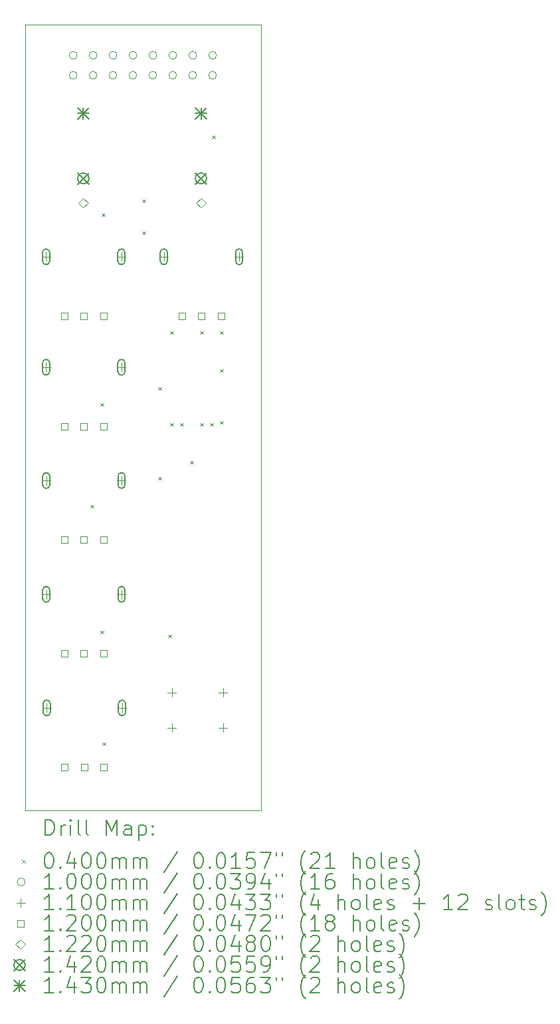
<source format=gbr>
%FSLAX45Y45*%
G04 Gerber Fmt 4.5, Leading zero omitted, Abs format (unit mm)*
G04 Created by KiCad (PCBNEW (6.0.0-0)) date 2022-12-14 00:02:19*
%MOMM*%
%LPD*%
G01*
G04 APERTURE LIST*
%TA.AperFunction,Profile*%
%ADD10C,0.100000*%
%TD*%
%ADD11C,0.200000*%
%ADD12C,0.040000*%
%ADD13C,0.100000*%
%ADD14C,0.110000*%
%ADD15C,0.120000*%
%ADD16C,0.122000*%
%ADD17C,0.142000*%
%ADD18C,0.143000*%
G04 APERTURE END LIST*
D10*
X5200000Y-13700000D02*
X5200000Y-3700000D01*
X8200000Y-12200000D02*
X8200000Y-13700000D01*
X8200000Y-3700000D02*
X5200000Y-3700000D01*
X8200000Y-13700000D02*
X5200000Y-13700000D01*
X8200000Y-5800000D02*
X8200000Y-12200000D01*
X8200000Y-5800000D02*
X8200000Y-3700000D01*
D11*
D12*
X6025200Y-9809800D02*
X6065200Y-9849800D01*
X6065200Y-9809800D02*
X6025200Y-9849800D01*
X6152200Y-8514400D02*
X6192200Y-8554400D01*
X6192200Y-8514400D02*
X6152200Y-8554400D01*
X6152200Y-11410000D02*
X6192200Y-11450000D01*
X6192200Y-11410000D02*
X6152200Y-11450000D01*
X6173850Y-6101400D02*
X6213850Y-6141400D01*
X6213850Y-6101400D02*
X6173850Y-6141400D01*
X6177600Y-12832400D02*
X6217600Y-12872400D01*
X6217600Y-12832400D02*
X6177600Y-12872400D01*
X6685600Y-5923600D02*
X6725600Y-5963600D01*
X6725600Y-5923600D02*
X6685600Y-5963600D01*
X6685600Y-6330000D02*
X6725600Y-6370000D01*
X6725600Y-6330000D02*
X6685600Y-6370000D01*
X6888800Y-8311200D02*
X6928800Y-8351200D01*
X6928800Y-8311200D02*
X6888800Y-8351200D01*
X6888800Y-9454200D02*
X6928800Y-9494200D01*
X6928800Y-9454200D02*
X6888800Y-9494200D01*
X7015800Y-11460800D02*
X7055800Y-11500800D01*
X7055800Y-11460800D02*
X7015800Y-11500800D01*
X7041200Y-7600000D02*
X7081200Y-7640000D01*
X7081200Y-7600000D02*
X7041200Y-7640000D01*
X7041200Y-8768400D02*
X7081200Y-8808400D01*
X7081200Y-8768400D02*
X7041200Y-8808400D01*
X7168200Y-8768400D02*
X7208200Y-8808400D01*
X7208200Y-8768400D02*
X7168200Y-8808400D01*
X7295200Y-9251000D02*
X7335200Y-9291000D01*
X7335200Y-9251000D02*
X7295200Y-9291000D01*
X7422200Y-7600000D02*
X7462200Y-7640000D01*
X7462200Y-7600000D02*
X7422200Y-7640000D01*
X7422200Y-8768400D02*
X7462200Y-8808400D01*
X7462200Y-8768400D02*
X7422200Y-8808400D01*
X7549200Y-8768400D02*
X7589200Y-8808400D01*
X7589200Y-8768400D02*
X7549200Y-8808400D01*
X7574600Y-5110800D02*
X7614600Y-5150800D01*
X7614600Y-5110800D02*
X7574600Y-5150800D01*
X7676200Y-7600000D02*
X7716200Y-7640000D01*
X7716200Y-7600000D02*
X7676200Y-7640000D01*
X7676200Y-8082600D02*
X7716200Y-8122600D01*
X7716200Y-8082600D02*
X7676200Y-8122600D01*
X7676200Y-8743000D02*
X7716200Y-8783000D01*
X7716200Y-8743000D02*
X7676200Y-8783000D01*
D13*
X5856800Y-4343400D02*
G75*
G03*
X5856800Y-4343400I-50000J0D01*
G01*
X5858000Y-4089400D02*
G75*
G03*
X5858000Y-4089400I-50000J0D01*
G01*
X6110800Y-4343400D02*
G75*
G03*
X6110800Y-4343400I-50000J0D01*
G01*
X6112000Y-4089400D02*
G75*
G03*
X6112000Y-4089400I-50000J0D01*
G01*
X6364800Y-4343400D02*
G75*
G03*
X6364800Y-4343400I-50000J0D01*
G01*
X6366000Y-4089400D02*
G75*
G03*
X6366000Y-4089400I-50000J0D01*
G01*
X6618800Y-4343400D02*
G75*
G03*
X6618800Y-4343400I-50000J0D01*
G01*
X6620000Y-4089400D02*
G75*
G03*
X6620000Y-4089400I-50000J0D01*
G01*
X6872800Y-4343400D02*
G75*
G03*
X6872800Y-4343400I-50000J0D01*
G01*
X6874000Y-4089400D02*
G75*
G03*
X6874000Y-4089400I-50000J0D01*
G01*
X7126800Y-4343400D02*
G75*
G03*
X7126800Y-4343400I-50000J0D01*
G01*
X7128000Y-4089400D02*
G75*
G03*
X7128000Y-4089400I-50000J0D01*
G01*
X7380800Y-4343400D02*
G75*
G03*
X7380800Y-4343400I-50000J0D01*
G01*
X7382000Y-4089400D02*
G75*
G03*
X7382000Y-4089400I-50000J0D01*
G01*
X7634800Y-4089400D02*
G75*
G03*
X7634800Y-4089400I-50000J0D01*
G01*
X7634800Y-4343400D02*
G75*
G03*
X7634800Y-4343400I-50000J0D01*
G01*
D14*
X5462600Y-6598400D02*
X5462600Y-6708400D01*
X5407600Y-6653400D02*
X5517600Y-6653400D01*
D11*
X5507600Y-6708400D02*
X5507600Y-6598400D01*
X5417600Y-6708400D02*
X5417600Y-6598400D01*
X5507600Y-6598400D02*
G75*
G03*
X5417600Y-6598400I-45000J0D01*
G01*
X5417600Y-6708400D02*
G75*
G03*
X5507600Y-6708400I45000J0D01*
G01*
D14*
X5462600Y-8003925D02*
X5462600Y-8113925D01*
X5407600Y-8058925D02*
X5517600Y-8058925D01*
D11*
X5507600Y-8113925D02*
X5507600Y-8003925D01*
X5417600Y-8113925D02*
X5417600Y-8003925D01*
X5507600Y-8003925D02*
G75*
G03*
X5417600Y-8003925I-45000J0D01*
G01*
X5417600Y-8113925D02*
G75*
G03*
X5507600Y-8113925I45000J0D01*
G01*
D14*
X5463600Y-9444900D02*
X5463600Y-9554900D01*
X5408600Y-9499900D02*
X5518600Y-9499900D01*
D11*
X5508600Y-9554900D02*
X5508600Y-9444900D01*
X5418600Y-9554900D02*
X5418600Y-9444900D01*
X5508600Y-9444900D02*
G75*
G03*
X5418600Y-9444900I-45000J0D01*
G01*
X5418600Y-9554900D02*
G75*
G03*
X5508600Y-9554900I45000J0D01*
G01*
D14*
X5463600Y-10892700D02*
X5463600Y-11002700D01*
X5408600Y-10947700D02*
X5518600Y-10947700D01*
D11*
X5508600Y-11002700D02*
X5508600Y-10892700D01*
X5418600Y-11002700D02*
X5418600Y-10892700D01*
X5508600Y-10892700D02*
G75*
G03*
X5418600Y-10892700I-45000J0D01*
G01*
X5418600Y-11002700D02*
G75*
G03*
X5508600Y-11002700I45000J0D01*
G01*
D14*
X5469600Y-12338800D02*
X5469600Y-12448800D01*
X5414600Y-12393800D02*
X5524600Y-12393800D01*
D11*
X5514600Y-12448800D02*
X5514600Y-12338800D01*
X5424600Y-12448800D02*
X5424600Y-12338800D01*
X5514600Y-12338800D02*
G75*
G03*
X5424600Y-12338800I-45000J0D01*
G01*
X5424600Y-12448800D02*
G75*
G03*
X5514600Y-12448800I45000J0D01*
G01*
D14*
X6422600Y-6598400D02*
X6422600Y-6708400D01*
X6367600Y-6653400D02*
X6477600Y-6653400D01*
D11*
X6377600Y-6598400D02*
X6377600Y-6708400D01*
X6467600Y-6598400D02*
X6467600Y-6708400D01*
X6377600Y-6708400D02*
G75*
G03*
X6467600Y-6708400I45000J0D01*
G01*
X6467600Y-6598400D02*
G75*
G03*
X6377600Y-6598400I-45000J0D01*
G01*
D14*
X6422600Y-8003925D02*
X6422600Y-8113925D01*
X6367600Y-8058925D02*
X6477600Y-8058925D01*
D11*
X6377600Y-8003925D02*
X6377600Y-8113925D01*
X6467600Y-8003925D02*
X6467600Y-8113925D01*
X6377600Y-8113925D02*
G75*
G03*
X6467600Y-8113925I45000J0D01*
G01*
X6467600Y-8003925D02*
G75*
G03*
X6377600Y-8003925I-45000J0D01*
G01*
D14*
X6423600Y-9444900D02*
X6423600Y-9554900D01*
X6368600Y-9499900D02*
X6478600Y-9499900D01*
D11*
X6378600Y-9444900D02*
X6378600Y-9554900D01*
X6468600Y-9444900D02*
X6468600Y-9554900D01*
X6378600Y-9554900D02*
G75*
G03*
X6468600Y-9554900I45000J0D01*
G01*
X6468600Y-9444900D02*
G75*
G03*
X6378600Y-9444900I-45000J0D01*
G01*
D14*
X6423600Y-10892700D02*
X6423600Y-11002700D01*
X6368600Y-10947700D02*
X6478600Y-10947700D01*
D11*
X6378600Y-10892700D02*
X6378600Y-11002700D01*
X6468600Y-10892700D02*
X6468600Y-11002700D01*
X6378600Y-11002700D02*
G75*
G03*
X6468600Y-11002700I45000J0D01*
G01*
X6468600Y-10892700D02*
G75*
G03*
X6378600Y-10892700I-45000J0D01*
G01*
D14*
X6429600Y-12338800D02*
X6429600Y-12448800D01*
X6374600Y-12393800D02*
X6484600Y-12393800D01*
D11*
X6384600Y-12338800D02*
X6384600Y-12448800D01*
X6474600Y-12338800D02*
X6474600Y-12448800D01*
X6384600Y-12448800D02*
G75*
G03*
X6474600Y-12448800I45000J0D01*
G01*
X6474600Y-12338800D02*
G75*
G03*
X6384600Y-12338800I-45000J0D01*
G01*
D14*
X6962600Y-6598400D02*
X6962600Y-6708400D01*
X6907600Y-6653400D02*
X7017600Y-6653400D01*
D11*
X7007600Y-6708400D02*
X7007600Y-6598400D01*
X6917600Y-6708400D02*
X6917600Y-6598400D01*
X7007600Y-6598400D02*
G75*
G03*
X6917600Y-6598400I-45000J0D01*
G01*
X6917600Y-6708400D02*
G75*
G03*
X7007600Y-6708400I45000J0D01*
G01*
D14*
X7066400Y-12140600D02*
X7066400Y-12250600D01*
X7011400Y-12195600D02*
X7121400Y-12195600D01*
X7066400Y-12590600D02*
X7066400Y-12700600D01*
X7011400Y-12645600D02*
X7121400Y-12645600D01*
X7716400Y-12140600D02*
X7716400Y-12250600D01*
X7661400Y-12195600D02*
X7771400Y-12195600D01*
X7716400Y-12590600D02*
X7716400Y-12700600D01*
X7661400Y-12645600D02*
X7771400Y-12645600D01*
X7922600Y-6598400D02*
X7922600Y-6708400D01*
X7867600Y-6653400D02*
X7977600Y-6653400D01*
D11*
X7877600Y-6598400D02*
X7877600Y-6708400D01*
X7967600Y-6598400D02*
X7967600Y-6708400D01*
X7877600Y-6708400D02*
G75*
G03*
X7967600Y-6708400I45000J0D01*
G01*
X7967600Y-6598400D02*
G75*
G03*
X7877600Y-6598400I-45000J0D01*
G01*
D15*
X5735027Y-7445827D02*
X5735027Y-7360973D01*
X5650173Y-7360973D01*
X5650173Y-7445827D01*
X5735027Y-7445827D01*
X5735027Y-8851352D02*
X5735027Y-8766498D01*
X5650173Y-8766498D01*
X5650173Y-8851352D01*
X5735027Y-8851352D01*
X5736027Y-10292327D02*
X5736027Y-10207473D01*
X5651173Y-10207473D01*
X5651173Y-10292327D01*
X5736027Y-10292327D01*
X5736027Y-11740127D02*
X5736027Y-11655273D01*
X5651173Y-11655273D01*
X5651173Y-11740127D01*
X5736027Y-11740127D01*
X5742027Y-13186227D02*
X5742027Y-13101373D01*
X5657173Y-13101373D01*
X5657173Y-13186227D01*
X5742027Y-13186227D01*
X5985027Y-7445827D02*
X5985027Y-7360973D01*
X5900173Y-7360973D01*
X5900173Y-7445827D01*
X5985027Y-7445827D01*
X5985027Y-8851352D02*
X5985027Y-8766498D01*
X5900173Y-8766498D01*
X5900173Y-8851352D01*
X5985027Y-8851352D01*
X5986027Y-10292327D02*
X5986027Y-10207473D01*
X5901173Y-10207473D01*
X5901173Y-10292327D01*
X5986027Y-10292327D01*
X5986027Y-11740127D02*
X5986027Y-11655273D01*
X5901173Y-11655273D01*
X5901173Y-11740127D01*
X5986027Y-11740127D01*
X5992027Y-13186227D02*
X5992027Y-13101373D01*
X5907173Y-13101373D01*
X5907173Y-13186227D01*
X5992027Y-13186227D01*
X6235027Y-7445827D02*
X6235027Y-7360973D01*
X6150173Y-7360973D01*
X6150173Y-7445827D01*
X6235027Y-7445827D01*
X6235027Y-8851352D02*
X6235027Y-8766498D01*
X6150173Y-8766498D01*
X6150173Y-8851352D01*
X6235027Y-8851352D01*
X6236027Y-10292327D02*
X6236027Y-10207473D01*
X6151173Y-10207473D01*
X6151173Y-10292327D01*
X6236027Y-10292327D01*
X6236027Y-11740127D02*
X6236027Y-11655273D01*
X6151173Y-11655273D01*
X6151173Y-11740127D01*
X6236027Y-11740127D01*
X6242027Y-13186227D02*
X6242027Y-13101373D01*
X6157173Y-13101373D01*
X6157173Y-13186227D01*
X6242027Y-13186227D01*
X7235027Y-7445827D02*
X7235027Y-7360973D01*
X7150173Y-7360973D01*
X7150173Y-7445827D01*
X7235027Y-7445827D01*
X7485027Y-7445827D02*
X7485027Y-7360973D01*
X7400173Y-7360973D01*
X7400173Y-7445827D01*
X7485027Y-7445827D01*
X7735027Y-7445827D02*
X7735027Y-7360973D01*
X7650173Y-7360973D01*
X7650173Y-7445827D01*
X7735027Y-7445827D01*
D16*
X5936600Y-6027000D02*
X5997600Y-5966000D01*
X5936600Y-5905000D01*
X5875600Y-5966000D01*
X5936600Y-6027000D01*
X7436600Y-6027000D02*
X7497600Y-5966000D01*
X7436600Y-5905000D01*
X7375600Y-5966000D01*
X7436600Y-6027000D01*
D17*
X5865600Y-5585000D02*
X6007600Y-5727000D01*
X6007600Y-5585000D02*
X5865600Y-5727000D01*
X6007600Y-5656000D02*
G75*
G03*
X6007600Y-5656000I-71000J0D01*
G01*
X7365600Y-5585000D02*
X7507600Y-5727000D01*
X7507600Y-5585000D02*
X7365600Y-5727000D01*
X7507600Y-5656000D02*
G75*
G03*
X7507600Y-5656000I-71000J0D01*
G01*
D18*
X5865100Y-4754500D02*
X6008100Y-4897500D01*
X6008100Y-4754500D02*
X5865100Y-4897500D01*
X5936600Y-4754500D02*
X5936600Y-4897500D01*
X5865100Y-4826000D02*
X6008100Y-4826000D01*
X7365100Y-4754500D02*
X7508100Y-4897500D01*
X7508100Y-4754500D02*
X7365100Y-4897500D01*
X7436600Y-4754500D02*
X7436600Y-4897500D01*
X7365100Y-4826000D02*
X7508100Y-4826000D01*
D11*
X5452619Y-14015476D02*
X5452619Y-13815476D01*
X5500238Y-13815476D01*
X5528810Y-13825000D01*
X5547857Y-13844048D01*
X5557381Y-13863095D01*
X5566905Y-13901190D01*
X5566905Y-13929762D01*
X5557381Y-13967857D01*
X5547857Y-13986905D01*
X5528810Y-14005952D01*
X5500238Y-14015476D01*
X5452619Y-14015476D01*
X5652619Y-14015476D02*
X5652619Y-13882143D01*
X5652619Y-13920238D02*
X5662143Y-13901190D01*
X5671667Y-13891667D01*
X5690714Y-13882143D01*
X5709762Y-13882143D01*
X5776428Y-14015476D02*
X5776428Y-13882143D01*
X5776428Y-13815476D02*
X5766905Y-13825000D01*
X5776428Y-13834524D01*
X5785952Y-13825000D01*
X5776428Y-13815476D01*
X5776428Y-13834524D01*
X5900238Y-14015476D02*
X5881190Y-14005952D01*
X5871667Y-13986905D01*
X5871667Y-13815476D01*
X6005000Y-14015476D02*
X5985952Y-14005952D01*
X5976428Y-13986905D01*
X5976428Y-13815476D01*
X6233571Y-14015476D02*
X6233571Y-13815476D01*
X6300238Y-13958333D01*
X6366905Y-13815476D01*
X6366905Y-14015476D01*
X6547857Y-14015476D02*
X6547857Y-13910714D01*
X6538333Y-13891667D01*
X6519286Y-13882143D01*
X6481190Y-13882143D01*
X6462143Y-13891667D01*
X6547857Y-14005952D02*
X6528809Y-14015476D01*
X6481190Y-14015476D01*
X6462143Y-14005952D01*
X6452619Y-13986905D01*
X6452619Y-13967857D01*
X6462143Y-13948809D01*
X6481190Y-13939286D01*
X6528809Y-13939286D01*
X6547857Y-13929762D01*
X6643095Y-13882143D02*
X6643095Y-14082143D01*
X6643095Y-13891667D02*
X6662143Y-13882143D01*
X6700238Y-13882143D01*
X6719286Y-13891667D01*
X6728809Y-13901190D01*
X6738333Y-13920238D01*
X6738333Y-13977381D01*
X6728809Y-13996428D01*
X6719286Y-14005952D01*
X6700238Y-14015476D01*
X6662143Y-14015476D01*
X6643095Y-14005952D01*
X6824048Y-13996428D02*
X6833571Y-14005952D01*
X6824048Y-14015476D01*
X6814524Y-14005952D01*
X6824048Y-13996428D01*
X6824048Y-14015476D01*
X6824048Y-13891667D02*
X6833571Y-13901190D01*
X6824048Y-13910714D01*
X6814524Y-13901190D01*
X6824048Y-13891667D01*
X6824048Y-13910714D01*
D12*
X5155000Y-14325000D02*
X5195000Y-14365000D01*
X5195000Y-14325000D02*
X5155000Y-14365000D01*
D11*
X5490714Y-14235476D02*
X5509762Y-14235476D01*
X5528810Y-14245000D01*
X5538333Y-14254524D01*
X5547857Y-14273571D01*
X5557381Y-14311667D01*
X5557381Y-14359286D01*
X5547857Y-14397381D01*
X5538333Y-14416428D01*
X5528810Y-14425952D01*
X5509762Y-14435476D01*
X5490714Y-14435476D01*
X5471667Y-14425952D01*
X5462143Y-14416428D01*
X5452619Y-14397381D01*
X5443095Y-14359286D01*
X5443095Y-14311667D01*
X5452619Y-14273571D01*
X5462143Y-14254524D01*
X5471667Y-14245000D01*
X5490714Y-14235476D01*
X5643095Y-14416428D02*
X5652619Y-14425952D01*
X5643095Y-14435476D01*
X5633571Y-14425952D01*
X5643095Y-14416428D01*
X5643095Y-14435476D01*
X5824048Y-14302143D02*
X5824048Y-14435476D01*
X5776428Y-14225952D02*
X5728809Y-14368809D01*
X5852619Y-14368809D01*
X5966905Y-14235476D02*
X5985952Y-14235476D01*
X6005000Y-14245000D01*
X6014524Y-14254524D01*
X6024048Y-14273571D01*
X6033571Y-14311667D01*
X6033571Y-14359286D01*
X6024048Y-14397381D01*
X6014524Y-14416428D01*
X6005000Y-14425952D01*
X5985952Y-14435476D01*
X5966905Y-14435476D01*
X5947857Y-14425952D01*
X5938333Y-14416428D01*
X5928809Y-14397381D01*
X5919286Y-14359286D01*
X5919286Y-14311667D01*
X5928809Y-14273571D01*
X5938333Y-14254524D01*
X5947857Y-14245000D01*
X5966905Y-14235476D01*
X6157381Y-14235476D02*
X6176428Y-14235476D01*
X6195476Y-14245000D01*
X6205000Y-14254524D01*
X6214524Y-14273571D01*
X6224048Y-14311667D01*
X6224048Y-14359286D01*
X6214524Y-14397381D01*
X6205000Y-14416428D01*
X6195476Y-14425952D01*
X6176428Y-14435476D01*
X6157381Y-14435476D01*
X6138333Y-14425952D01*
X6128809Y-14416428D01*
X6119286Y-14397381D01*
X6109762Y-14359286D01*
X6109762Y-14311667D01*
X6119286Y-14273571D01*
X6128809Y-14254524D01*
X6138333Y-14245000D01*
X6157381Y-14235476D01*
X6309762Y-14435476D02*
X6309762Y-14302143D01*
X6309762Y-14321190D02*
X6319286Y-14311667D01*
X6338333Y-14302143D01*
X6366905Y-14302143D01*
X6385952Y-14311667D01*
X6395476Y-14330714D01*
X6395476Y-14435476D01*
X6395476Y-14330714D02*
X6405000Y-14311667D01*
X6424048Y-14302143D01*
X6452619Y-14302143D01*
X6471667Y-14311667D01*
X6481190Y-14330714D01*
X6481190Y-14435476D01*
X6576428Y-14435476D02*
X6576428Y-14302143D01*
X6576428Y-14321190D02*
X6585952Y-14311667D01*
X6605000Y-14302143D01*
X6633571Y-14302143D01*
X6652619Y-14311667D01*
X6662143Y-14330714D01*
X6662143Y-14435476D01*
X6662143Y-14330714D02*
X6671667Y-14311667D01*
X6690714Y-14302143D01*
X6719286Y-14302143D01*
X6738333Y-14311667D01*
X6747857Y-14330714D01*
X6747857Y-14435476D01*
X7138333Y-14225952D02*
X6966905Y-14483095D01*
X7395476Y-14235476D02*
X7414524Y-14235476D01*
X7433571Y-14245000D01*
X7443095Y-14254524D01*
X7452619Y-14273571D01*
X7462143Y-14311667D01*
X7462143Y-14359286D01*
X7452619Y-14397381D01*
X7443095Y-14416428D01*
X7433571Y-14425952D01*
X7414524Y-14435476D01*
X7395476Y-14435476D01*
X7376428Y-14425952D01*
X7366905Y-14416428D01*
X7357381Y-14397381D01*
X7347857Y-14359286D01*
X7347857Y-14311667D01*
X7357381Y-14273571D01*
X7366905Y-14254524D01*
X7376428Y-14245000D01*
X7395476Y-14235476D01*
X7547857Y-14416428D02*
X7557381Y-14425952D01*
X7547857Y-14435476D01*
X7538333Y-14425952D01*
X7547857Y-14416428D01*
X7547857Y-14435476D01*
X7681190Y-14235476D02*
X7700238Y-14235476D01*
X7719286Y-14245000D01*
X7728809Y-14254524D01*
X7738333Y-14273571D01*
X7747857Y-14311667D01*
X7747857Y-14359286D01*
X7738333Y-14397381D01*
X7728809Y-14416428D01*
X7719286Y-14425952D01*
X7700238Y-14435476D01*
X7681190Y-14435476D01*
X7662143Y-14425952D01*
X7652619Y-14416428D01*
X7643095Y-14397381D01*
X7633571Y-14359286D01*
X7633571Y-14311667D01*
X7643095Y-14273571D01*
X7652619Y-14254524D01*
X7662143Y-14245000D01*
X7681190Y-14235476D01*
X7938333Y-14435476D02*
X7824048Y-14435476D01*
X7881190Y-14435476D02*
X7881190Y-14235476D01*
X7862143Y-14264048D01*
X7843095Y-14283095D01*
X7824048Y-14292619D01*
X8119286Y-14235476D02*
X8024048Y-14235476D01*
X8014524Y-14330714D01*
X8024048Y-14321190D01*
X8043095Y-14311667D01*
X8090714Y-14311667D01*
X8109762Y-14321190D01*
X8119286Y-14330714D01*
X8128809Y-14349762D01*
X8128809Y-14397381D01*
X8119286Y-14416428D01*
X8109762Y-14425952D01*
X8090714Y-14435476D01*
X8043095Y-14435476D01*
X8024048Y-14425952D01*
X8014524Y-14416428D01*
X8195476Y-14235476D02*
X8328809Y-14235476D01*
X8243095Y-14435476D01*
X8395476Y-14235476D02*
X8395476Y-14273571D01*
X8471667Y-14235476D02*
X8471667Y-14273571D01*
X8766905Y-14511667D02*
X8757381Y-14502143D01*
X8738333Y-14473571D01*
X8728810Y-14454524D01*
X8719286Y-14425952D01*
X8709762Y-14378333D01*
X8709762Y-14340238D01*
X8719286Y-14292619D01*
X8728810Y-14264048D01*
X8738333Y-14245000D01*
X8757381Y-14216428D01*
X8766905Y-14206905D01*
X8833571Y-14254524D02*
X8843095Y-14245000D01*
X8862143Y-14235476D01*
X8909762Y-14235476D01*
X8928810Y-14245000D01*
X8938333Y-14254524D01*
X8947857Y-14273571D01*
X8947857Y-14292619D01*
X8938333Y-14321190D01*
X8824048Y-14435476D01*
X8947857Y-14435476D01*
X9138333Y-14435476D02*
X9024048Y-14435476D01*
X9081190Y-14435476D02*
X9081190Y-14235476D01*
X9062143Y-14264048D01*
X9043095Y-14283095D01*
X9024048Y-14292619D01*
X9376429Y-14435476D02*
X9376429Y-14235476D01*
X9462143Y-14435476D02*
X9462143Y-14330714D01*
X9452619Y-14311667D01*
X9433571Y-14302143D01*
X9405000Y-14302143D01*
X9385952Y-14311667D01*
X9376429Y-14321190D01*
X9585952Y-14435476D02*
X9566905Y-14425952D01*
X9557381Y-14416428D01*
X9547857Y-14397381D01*
X9547857Y-14340238D01*
X9557381Y-14321190D01*
X9566905Y-14311667D01*
X9585952Y-14302143D01*
X9614524Y-14302143D01*
X9633571Y-14311667D01*
X9643095Y-14321190D01*
X9652619Y-14340238D01*
X9652619Y-14397381D01*
X9643095Y-14416428D01*
X9633571Y-14425952D01*
X9614524Y-14435476D01*
X9585952Y-14435476D01*
X9766905Y-14435476D02*
X9747857Y-14425952D01*
X9738333Y-14406905D01*
X9738333Y-14235476D01*
X9919286Y-14425952D02*
X9900238Y-14435476D01*
X9862143Y-14435476D01*
X9843095Y-14425952D01*
X9833571Y-14406905D01*
X9833571Y-14330714D01*
X9843095Y-14311667D01*
X9862143Y-14302143D01*
X9900238Y-14302143D01*
X9919286Y-14311667D01*
X9928810Y-14330714D01*
X9928810Y-14349762D01*
X9833571Y-14368809D01*
X10005000Y-14425952D02*
X10024048Y-14435476D01*
X10062143Y-14435476D01*
X10081190Y-14425952D01*
X10090714Y-14406905D01*
X10090714Y-14397381D01*
X10081190Y-14378333D01*
X10062143Y-14368809D01*
X10033571Y-14368809D01*
X10014524Y-14359286D01*
X10005000Y-14340238D01*
X10005000Y-14330714D01*
X10014524Y-14311667D01*
X10033571Y-14302143D01*
X10062143Y-14302143D01*
X10081190Y-14311667D01*
X10157381Y-14511667D02*
X10166905Y-14502143D01*
X10185952Y-14473571D01*
X10195476Y-14454524D01*
X10205000Y-14425952D01*
X10214524Y-14378333D01*
X10214524Y-14340238D01*
X10205000Y-14292619D01*
X10195476Y-14264048D01*
X10185952Y-14245000D01*
X10166905Y-14216428D01*
X10157381Y-14206905D01*
D13*
X5195000Y-14609000D02*
G75*
G03*
X5195000Y-14609000I-50000J0D01*
G01*
D11*
X5557381Y-14699476D02*
X5443095Y-14699476D01*
X5500238Y-14699476D02*
X5500238Y-14499476D01*
X5481190Y-14528048D01*
X5462143Y-14547095D01*
X5443095Y-14556619D01*
X5643095Y-14680428D02*
X5652619Y-14689952D01*
X5643095Y-14699476D01*
X5633571Y-14689952D01*
X5643095Y-14680428D01*
X5643095Y-14699476D01*
X5776428Y-14499476D02*
X5795476Y-14499476D01*
X5814524Y-14509000D01*
X5824048Y-14518524D01*
X5833571Y-14537571D01*
X5843095Y-14575667D01*
X5843095Y-14623286D01*
X5833571Y-14661381D01*
X5824048Y-14680428D01*
X5814524Y-14689952D01*
X5795476Y-14699476D01*
X5776428Y-14699476D01*
X5757381Y-14689952D01*
X5747857Y-14680428D01*
X5738333Y-14661381D01*
X5728809Y-14623286D01*
X5728809Y-14575667D01*
X5738333Y-14537571D01*
X5747857Y-14518524D01*
X5757381Y-14509000D01*
X5776428Y-14499476D01*
X5966905Y-14499476D02*
X5985952Y-14499476D01*
X6005000Y-14509000D01*
X6014524Y-14518524D01*
X6024048Y-14537571D01*
X6033571Y-14575667D01*
X6033571Y-14623286D01*
X6024048Y-14661381D01*
X6014524Y-14680428D01*
X6005000Y-14689952D01*
X5985952Y-14699476D01*
X5966905Y-14699476D01*
X5947857Y-14689952D01*
X5938333Y-14680428D01*
X5928809Y-14661381D01*
X5919286Y-14623286D01*
X5919286Y-14575667D01*
X5928809Y-14537571D01*
X5938333Y-14518524D01*
X5947857Y-14509000D01*
X5966905Y-14499476D01*
X6157381Y-14499476D02*
X6176428Y-14499476D01*
X6195476Y-14509000D01*
X6205000Y-14518524D01*
X6214524Y-14537571D01*
X6224048Y-14575667D01*
X6224048Y-14623286D01*
X6214524Y-14661381D01*
X6205000Y-14680428D01*
X6195476Y-14689952D01*
X6176428Y-14699476D01*
X6157381Y-14699476D01*
X6138333Y-14689952D01*
X6128809Y-14680428D01*
X6119286Y-14661381D01*
X6109762Y-14623286D01*
X6109762Y-14575667D01*
X6119286Y-14537571D01*
X6128809Y-14518524D01*
X6138333Y-14509000D01*
X6157381Y-14499476D01*
X6309762Y-14699476D02*
X6309762Y-14566143D01*
X6309762Y-14585190D02*
X6319286Y-14575667D01*
X6338333Y-14566143D01*
X6366905Y-14566143D01*
X6385952Y-14575667D01*
X6395476Y-14594714D01*
X6395476Y-14699476D01*
X6395476Y-14594714D02*
X6405000Y-14575667D01*
X6424048Y-14566143D01*
X6452619Y-14566143D01*
X6471667Y-14575667D01*
X6481190Y-14594714D01*
X6481190Y-14699476D01*
X6576428Y-14699476D02*
X6576428Y-14566143D01*
X6576428Y-14585190D02*
X6585952Y-14575667D01*
X6605000Y-14566143D01*
X6633571Y-14566143D01*
X6652619Y-14575667D01*
X6662143Y-14594714D01*
X6662143Y-14699476D01*
X6662143Y-14594714D02*
X6671667Y-14575667D01*
X6690714Y-14566143D01*
X6719286Y-14566143D01*
X6738333Y-14575667D01*
X6747857Y-14594714D01*
X6747857Y-14699476D01*
X7138333Y-14489952D02*
X6966905Y-14747095D01*
X7395476Y-14499476D02*
X7414524Y-14499476D01*
X7433571Y-14509000D01*
X7443095Y-14518524D01*
X7452619Y-14537571D01*
X7462143Y-14575667D01*
X7462143Y-14623286D01*
X7452619Y-14661381D01*
X7443095Y-14680428D01*
X7433571Y-14689952D01*
X7414524Y-14699476D01*
X7395476Y-14699476D01*
X7376428Y-14689952D01*
X7366905Y-14680428D01*
X7357381Y-14661381D01*
X7347857Y-14623286D01*
X7347857Y-14575667D01*
X7357381Y-14537571D01*
X7366905Y-14518524D01*
X7376428Y-14509000D01*
X7395476Y-14499476D01*
X7547857Y-14680428D02*
X7557381Y-14689952D01*
X7547857Y-14699476D01*
X7538333Y-14689952D01*
X7547857Y-14680428D01*
X7547857Y-14699476D01*
X7681190Y-14499476D02*
X7700238Y-14499476D01*
X7719286Y-14509000D01*
X7728809Y-14518524D01*
X7738333Y-14537571D01*
X7747857Y-14575667D01*
X7747857Y-14623286D01*
X7738333Y-14661381D01*
X7728809Y-14680428D01*
X7719286Y-14689952D01*
X7700238Y-14699476D01*
X7681190Y-14699476D01*
X7662143Y-14689952D01*
X7652619Y-14680428D01*
X7643095Y-14661381D01*
X7633571Y-14623286D01*
X7633571Y-14575667D01*
X7643095Y-14537571D01*
X7652619Y-14518524D01*
X7662143Y-14509000D01*
X7681190Y-14499476D01*
X7814524Y-14499476D02*
X7938333Y-14499476D01*
X7871667Y-14575667D01*
X7900238Y-14575667D01*
X7919286Y-14585190D01*
X7928809Y-14594714D01*
X7938333Y-14613762D01*
X7938333Y-14661381D01*
X7928809Y-14680428D01*
X7919286Y-14689952D01*
X7900238Y-14699476D01*
X7843095Y-14699476D01*
X7824048Y-14689952D01*
X7814524Y-14680428D01*
X8033571Y-14699476D02*
X8071667Y-14699476D01*
X8090714Y-14689952D01*
X8100238Y-14680428D01*
X8119286Y-14651857D01*
X8128809Y-14613762D01*
X8128809Y-14537571D01*
X8119286Y-14518524D01*
X8109762Y-14509000D01*
X8090714Y-14499476D01*
X8052619Y-14499476D01*
X8033571Y-14509000D01*
X8024048Y-14518524D01*
X8014524Y-14537571D01*
X8014524Y-14585190D01*
X8024048Y-14604238D01*
X8033571Y-14613762D01*
X8052619Y-14623286D01*
X8090714Y-14623286D01*
X8109762Y-14613762D01*
X8119286Y-14604238D01*
X8128809Y-14585190D01*
X8300238Y-14566143D02*
X8300238Y-14699476D01*
X8252619Y-14489952D02*
X8205000Y-14632809D01*
X8328809Y-14632809D01*
X8395476Y-14499476D02*
X8395476Y-14537571D01*
X8471667Y-14499476D02*
X8471667Y-14537571D01*
X8766905Y-14775667D02*
X8757381Y-14766143D01*
X8738333Y-14737571D01*
X8728810Y-14718524D01*
X8719286Y-14689952D01*
X8709762Y-14642333D01*
X8709762Y-14604238D01*
X8719286Y-14556619D01*
X8728810Y-14528048D01*
X8738333Y-14509000D01*
X8757381Y-14480428D01*
X8766905Y-14470905D01*
X8947857Y-14699476D02*
X8833571Y-14699476D01*
X8890714Y-14699476D02*
X8890714Y-14499476D01*
X8871667Y-14528048D01*
X8852619Y-14547095D01*
X8833571Y-14556619D01*
X9119286Y-14499476D02*
X9081190Y-14499476D01*
X9062143Y-14509000D01*
X9052619Y-14518524D01*
X9033571Y-14547095D01*
X9024048Y-14585190D01*
X9024048Y-14661381D01*
X9033571Y-14680428D01*
X9043095Y-14689952D01*
X9062143Y-14699476D01*
X9100238Y-14699476D01*
X9119286Y-14689952D01*
X9128810Y-14680428D01*
X9138333Y-14661381D01*
X9138333Y-14613762D01*
X9128810Y-14594714D01*
X9119286Y-14585190D01*
X9100238Y-14575667D01*
X9062143Y-14575667D01*
X9043095Y-14585190D01*
X9033571Y-14594714D01*
X9024048Y-14613762D01*
X9376429Y-14699476D02*
X9376429Y-14499476D01*
X9462143Y-14699476D02*
X9462143Y-14594714D01*
X9452619Y-14575667D01*
X9433571Y-14566143D01*
X9405000Y-14566143D01*
X9385952Y-14575667D01*
X9376429Y-14585190D01*
X9585952Y-14699476D02*
X9566905Y-14689952D01*
X9557381Y-14680428D01*
X9547857Y-14661381D01*
X9547857Y-14604238D01*
X9557381Y-14585190D01*
X9566905Y-14575667D01*
X9585952Y-14566143D01*
X9614524Y-14566143D01*
X9633571Y-14575667D01*
X9643095Y-14585190D01*
X9652619Y-14604238D01*
X9652619Y-14661381D01*
X9643095Y-14680428D01*
X9633571Y-14689952D01*
X9614524Y-14699476D01*
X9585952Y-14699476D01*
X9766905Y-14699476D02*
X9747857Y-14689952D01*
X9738333Y-14670905D01*
X9738333Y-14499476D01*
X9919286Y-14689952D02*
X9900238Y-14699476D01*
X9862143Y-14699476D01*
X9843095Y-14689952D01*
X9833571Y-14670905D01*
X9833571Y-14594714D01*
X9843095Y-14575667D01*
X9862143Y-14566143D01*
X9900238Y-14566143D01*
X9919286Y-14575667D01*
X9928810Y-14594714D01*
X9928810Y-14613762D01*
X9833571Y-14632809D01*
X10005000Y-14689952D02*
X10024048Y-14699476D01*
X10062143Y-14699476D01*
X10081190Y-14689952D01*
X10090714Y-14670905D01*
X10090714Y-14661381D01*
X10081190Y-14642333D01*
X10062143Y-14632809D01*
X10033571Y-14632809D01*
X10014524Y-14623286D01*
X10005000Y-14604238D01*
X10005000Y-14594714D01*
X10014524Y-14575667D01*
X10033571Y-14566143D01*
X10062143Y-14566143D01*
X10081190Y-14575667D01*
X10157381Y-14775667D02*
X10166905Y-14766143D01*
X10185952Y-14737571D01*
X10195476Y-14718524D01*
X10205000Y-14689952D01*
X10214524Y-14642333D01*
X10214524Y-14604238D01*
X10205000Y-14556619D01*
X10195476Y-14528048D01*
X10185952Y-14509000D01*
X10166905Y-14480428D01*
X10157381Y-14470905D01*
D14*
X5140000Y-14818000D02*
X5140000Y-14928000D01*
X5085000Y-14873000D02*
X5195000Y-14873000D01*
D11*
X5557381Y-14963476D02*
X5443095Y-14963476D01*
X5500238Y-14963476D02*
X5500238Y-14763476D01*
X5481190Y-14792048D01*
X5462143Y-14811095D01*
X5443095Y-14820619D01*
X5643095Y-14944428D02*
X5652619Y-14953952D01*
X5643095Y-14963476D01*
X5633571Y-14953952D01*
X5643095Y-14944428D01*
X5643095Y-14963476D01*
X5843095Y-14963476D02*
X5728809Y-14963476D01*
X5785952Y-14963476D02*
X5785952Y-14763476D01*
X5766905Y-14792048D01*
X5747857Y-14811095D01*
X5728809Y-14820619D01*
X5966905Y-14763476D02*
X5985952Y-14763476D01*
X6005000Y-14773000D01*
X6014524Y-14782524D01*
X6024048Y-14801571D01*
X6033571Y-14839667D01*
X6033571Y-14887286D01*
X6024048Y-14925381D01*
X6014524Y-14944428D01*
X6005000Y-14953952D01*
X5985952Y-14963476D01*
X5966905Y-14963476D01*
X5947857Y-14953952D01*
X5938333Y-14944428D01*
X5928809Y-14925381D01*
X5919286Y-14887286D01*
X5919286Y-14839667D01*
X5928809Y-14801571D01*
X5938333Y-14782524D01*
X5947857Y-14773000D01*
X5966905Y-14763476D01*
X6157381Y-14763476D02*
X6176428Y-14763476D01*
X6195476Y-14773000D01*
X6205000Y-14782524D01*
X6214524Y-14801571D01*
X6224048Y-14839667D01*
X6224048Y-14887286D01*
X6214524Y-14925381D01*
X6205000Y-14944428D01*
X6195476Y-14953952D01*
X6176428Y-14963476D01*
X6157381Y-14963476D01*
X6138333Y-14953952D01*
X6128809Y-14944428D01*
X6119286Y-14925381D01*
X6109762Y-14887286D01*
X6109762Y-14839667D01*
X6119286Y-14801571D01*
X6128809Y-14782524D01*
X6138333Y-14773000D01*
X6157381Y-14763476D01*
X6309762Y-14963476D02*
X6309762Y-14830143D01*
X6309762Y-14849190D02*
X6319286Y-14839667D01*
X6338333Y-14830143D01*
X6366905Y-14830143D01*
X6385952Y-14839667D01*
X6395476Y-14858714D01*
X6395476Y-14963476D01*
X6395476Y-14858714D02*
X6405000Y-14839667D01*
X6424048Y-14830143D01*
X6452619Y-14830143D01*
X6471667Y-14839667D01*
X6481190Y-14858714D01*
X6481190Y-14963476D01*
X6576428Y-14963476D02*
X6576428Y-14830143D01*
X6576428Y-14849190D02*
X6585952Y-14839667D01*
X6605000Y-14830143D01*
X6633571Y-14830143D01*
X6652619Y-14839667D01*
X6662143Y-14858714D01*
X6662143Y-14963476D01*
X6662143Y-14858714D02*
X6671667Y-14839667D01*
X6690714Y-14830143D01*
X6719286Y-14830143D01*
X6738333Y-14839667D01*
X6747857Y-14858714D01*
X6747857Y-14963476D01*
X7138333Y-14753952D02*
X6966905Y-15011095D01*
X7395476Y-14763476D02*
X7414524Y-14763476D01*
X7433571Y-14773000D01*
X7443095Y-14782524D01*
X7452619Y-14801571D01*
X7462143Y-14839667D01*
X7462143Y-14887286D01*
X7452619Y-14925381D01*
X7443095Y-14944428D01*
X7433571Y-14953952D01*
X7414524Y-14963476D01*
X7395476Y-14963476D01*
X7376428Y-14953952D01*
X7366905Y-14944428D01*
X7357381Y-14925381D01*
X7347857Y-14887286D01*
X7347857Y-14839667D01*
X7357381Y-14801571D01*
X7366905Y-14782524D01*
X7376428Y-14773000D01*
X7395476Y-14763476D01*
X7547857Y-14944428D02*
X7557381Y-14953952D01*
X7547857Y-14963476D01*
X7538333Y-14953952D01*
X7547857Y-14944428D01*
X7547857Y-14963476D01*
X7681190Y-14763476D02*
X7700238Y-14763476D01*
X7719286Y-14773000D01*
X7728809Y-14782524D01*
X7738333Y-14801571D01*
X7747857Y-14839667D01*
X7747857Y-14887286D01*
X7738333Y-14925381D01*
X7728809Y-14944428D01*
X7719286Y-14953952D01*
X7700238Y-14963476D01*
X7681190Y-14963476D01*
X7662143Y-14953952D01*
X7652619Y-14944428D01*
X7643095Y-14925381D01*
X7633571Y-14887286D01*
X7633571Y-14839667D01*
X7643095Y-14801571D01*
X7652619Y-14782524D01*
X7662143Y-14773000D01*
X7681190Y-14763476D01*
X7919286Y-14830143D02*
X7919286Y-14963476D01*
X7871667Y-14753952D02*
X7824048Y-14896809D01*
X7947857Y-14896809D01*
X8005000Y-14763476D02*
X8128809Y-14763476D01*
X8062143Y-14839667D01*
X8090714Y-14839667D01*
X8109762Y-14849190D01*
X8119286Y-14858714D01*
X8128809Y-14877762D01*
X8128809Y-14925381D01*
X8119286Y-14944428D01*
X8109762Y-14953952D01*
X8090714Y-14963476D01*
X8033571Y-14963476D01*
X8014524Y-14953952D01*
X8005000Y-14944428D01*
X8195476Y-14763476D02*
X8319286Y-14763476D01*
X8252619Y-14839667D01*
X8281190Y-14839667D01*
X8300238Y-14849190D01*
X8309762Y-14858714D01*
X8319286Y-14877762D01*
X8319286Y-14925381D01*
X8309762Y-14944428D01*
X8300238Y-14953952D01*
X8281190Y-14963476D01*
X8224048Y-14963476D01*
X8205000Y-14953952D01*
X8195476Y-14944428D01*
X8395476Y-14763476D02*
X8395476Y-14801571D01*
X8471667Y-14763476D02*
X8471667Y-14801571D01*
X8766905Y-15039667D02*
X8757381Y-15030143D01*
X8738333Y-15001571D01*
X8728810Y-14982524D01*
X8719286Y-14953952D01*
X8709762Y-14906333D01*
X8709762Y-14868238D01*
X8719286Y-14820619D01*
X8728810Y-14792048D01*
X8738333Y-14773000D01*
X8757381Y-14744428D01*
X8766905Y-14734905D01*
X8928810Y-14830143D02*
X8928810Y-14963476D01*
X8881190Y-14753952D02*
X8833571Y-14896809D01*
X8957381Y-14896809D01*
X9185952Y-14963476D02*
X9185952Y-14763476D01*
X9271667Y-14963476D02*
X9271667Y-14858714D01*
X9262143Y-14839667D01*
X9243095Y-14830143D01*
X9214524Y-14830143D01*
X9195476Y-14839667D01*
X9185952Y-14849190D01*
X9395476Y-14963476D02*
X9376429Y-14953952D01*
X9366905Y-14944428D01*
X9357381Y-14925381D01*
X9357381Y-14868238D01*
X9366905Y-14849190D01*
X9376429Y-14839667D01*
X9395476Y-14830143D01*
X9424048Y-14830143D01*
X9443095Y-14839667D01*
X9452619Y-14849190D01*
X9462143Y-14868238D01*
X9462143Y-14925381D01*
X9452619Y-14944428D01*
X9443095Y-14953952D01*
X9424048Y-14963476D01*
X9395476Y-14963476D01*
X9576429Y-14963476D02*
X9557381Y-14953952D01*
X9547857Y-14934905D01*
X9547857Y-14763476D01*
X9728810Y-14953952D02*
X9709762Y-14963476D01*
X9671667Y-14963476D01*
X9652619Y-14953952D01*
X9643095Y-14934905D01*
X9643095Y-14858714D01*
X9652619Y-14839667D01*
X9671667Y-14830143D01*
X9709762Y-14830143D01*
X9728810Y-14839667D01*
X9738333Y-14858714D01*
X9738333Y-14877762D01*
X9643095Y-14896809D01*
X9814524Y-14953952D02*
X9833571Y-14963476D01*
X9871667Y-14963476D01*
X9890714Y-14953952D01*
X9900238Y-14934905D01*
X9900238Y-14925381D01*
X9890714Y-14906333D01*
X9871667Y-14896809D01*
X9843095Y-14896809D01*
X9824048Y-14887286D01*
X9814524Y-14868238D01*
X9814524Y-14858714D01*
X9824048Y-14839667D01*
X9843095Y-14830143D01*
X9871667Y-14830143D01*
X9890714Y-14839667D01*
X10138333Y-14887286D02*
X10290714Y-14887286D01*
X10214524Y-14963476D02*
X10214524Y-14811095D01*
X10643095Y-14963476D02*
X10528810Y-14963476D01*
X10585952Y-14963476D02*
X10585952Y-14763476D01*
X10566905Y-14792048D01*
X10547857Y-14811095D01*
X10528810Y-14820619D01*
X10719286Y-14782524D02*
X10728810Y-14773000D01*
X10747857Y-14763476D01*
X10795476Y-14763476D01*
X10814524Y-14773000D01*
X10824048Y-14782524D01*
X10833571Y-14801571D01*
X10833571Y-14820619D01*
X10824048Y-14849190D01*
X10709762Y-14963476D01*
X10833571Y-14963476D01*
X11062143Y-14953952D02*
X11081190Y-14963476D01*
X11119286Y-14963476D01*
X11138333Y-14953952D01*
X11147857Y-14934905D01*
X11147857Y-14925381D01*
X11138333Y-14906333D01*
X11119286Y-14896809D01*
X11090714Y-14896809D01*
X11071667Y-14887286D01*
X11062143Y-14868238D01*
X11062143Y-14858714D01*
X11071667Y-14839667D01*
X11090714Y-14830143D01*
X11119286Y-14830143D01*
X11138333Y-14839667D01*
X11262143Y-14963476D02*
X11243095Y-14953952D01*
X11233571Y-14934905D01*
X11233571Y-14763476D01*
X11366905Y-14963476D02*
X11347857Y-14953952D01*
X11338333Y-14944428D01*
X11328809Y-14925381D01*
X11328809Y-14868238D01*
X11338333Y-14849190D01*
X11347857Y-14839667D01*
X11366905Y-14830143D01*
X11395476Y-14830143D01*
X11414524Y-14839667D01*
X11424048Y-14849190D01*
X11433571Y-14868238D01*
X11433571Y-14925381D01*
X11424048Y-14944428D01*
X11414524Y-14953952D01*
X11395476Y-14963476D01*
X11366905Y-14963476D01*
X11490714Y-14830143D02*
X11566905Y-14830143D01*
X11519286Y-14763476D02*
X11519286Y-14934905D01*
X11528809Y-14953952D01*
X11547857Y-14963476D01*
X11566905Y-14963476D01*
X11624048Y-14953952D02*
X11643095Y-14963476D01*
X11681190Y-14963476D01*
X11700238Y-14953952D01*
X11709762Y-14934905D01*
X11709762Y-14925381D01*
X11700238Y-14906333D01*
X11681190Y-14896809D01*
X11652619Y-14896809D01*
X11633571Y-14887286D01*
X11624048Y-14868238D01*
X11624048Y-14858714D01*
X11633571Y-14839667D01*
X11652619Y-14830143D01*
X11681190Y-14830143D01*
X11700238Y-14839667D01*
X11776428Y-15039667D02*
X11785952Y-15030143D01*
X11805000Y-15001571D01*
X11814524Y-14982524D01*
X11824048Y-14953952D01*
X11833571Y-14906333D01*
X11833571Y-14868238D01*
X11824048Y-14820619D01*
X11814524Y-14792048D01*
X11805000Y-14773000D01*
X11785952Y-14744428D01*
X11776428Y-14734905D01*
D15*
X5177427Y-15179427D02*
X5177427Y-15094573D01*
X5092573Y-15094573D01*
X5092573Y-15179427D01*
X5177427Y-15179427D01*
D11*
X5557381Y-15227476D02*
X5443095Y-15227476D01*
X5500238Y-15227476D02*
X5500238Y-15027476D01*
X5481190Y-15056048D01*
X5462143Y-15075095D01*
X5443095Y-15084619D01*
X5643095Y-15208428D02*
X5652619Y-15217952D01*
X5643095Y-15227476D01*
X5633571Y-15217952D01*
X5643095Y-15208428D01*
X5643095Y-15227476D01*
X5728809Y-15046524D02*
X5738333Y-15037000D01*
X5757381Y-15027476D01*
X5805000Y-15027476D01*
X5824048Y-15037000D01*
X5833571Y-15046524D01*
X5843095Y-15065571D01*
X5843095Y-15084619D01*
X5833571Y-15113190D01*
X5719286Y-15227476D01*
X5843095Y-15227476D01*
X5966905Y-15027476D02*
X5985952Y-15027476D01*
X6005000Y-15037000D01*
X6014524Y-15046524D01*
X6024048Y-15065571D01*
X6033571Y-15103667D01*
X6033571Y-15151286D01*
X6024048Y-15189381D01*
X6014524Y-15208428D01*
X6005000Y-15217952D01*
X5985952Y-15227476D01*
X5966905Y-15227476D01*
X5947857Y-15217952D01*
X5938333Y-15208428D01*
X5928809Y-15189381D01*
X5919286Y-15151286D01*
X5919286Y-15103667D01*
X5928809Y-15065571D01*
X5938333Y-15046524D01*
X5947857Y-15037000D01*
X5966905Y-15027476D01*
X6157381Y-15027476D02*
X6176428Y-15027476D01*
X6195476Y-15037000D01*
X6205000Y-15046524D01*
X6214524Y-15065571D01*
X6224048Y-15103667D01*
X6224048Y-15151286D01*
X6214524Y-15189381D01*
X6205000Y-15208428D01*
X6195476Y-15217952D01*
X6176428Y-15227476D01*
X6157381Y-15227476D01*
X6138333Y-15217952D01*
X6128809Y-15208428D01*
X6119286Y-15189381D01*
X6109762Y-15151286D01*
X6109762Y-15103667D01*
X6119286Y-15065571D01*
X6128809Y-15046524D01*
X6138333Y-15037000D01*
X6157381Y-15027476D01*
X6309762Y-15227476D02*
X6309762Y-15094143D01*
X6309762Y-15113190D02*
X6319286Y-15103667D01*
X6338333Y-15094143D01*
X6366905Y-15094143D01*
X6385952Y-15103667D01*
X6395476Y-15122714D01*
X6395476Y-15227476D01*
X6395476Y-15122714D02*
X6405000Y-15103667D01*
X6424048Y-15094143D01*
X6452619Y-15094143D01*
X6471667Y-15103667D01*
X6481190Y-15122714D01*
X6481190Y-15227476D01*
X6576428Y-15227476D02*
X6576428Y-15094143D01*
X6576428Y-15113190D02*
X6585952Y-15103667D01*
X6605000Y-15094143D01*
X6633571Y-15094143D01*
X6652619Y-15103667D01*
X6662143Y-15122714D01*
X6662143Y-15227476D01*
X6662143Y-15122714D02*
X6671667Y-15103667D01*
X6690714Y-15094143D01*
X6719286Y-15094143D01*
X6738333Y-15103667D01*
X6747857Y-15122714D01*
X6747857Y-15227476D01*
X7138333Y-15017952D02*
X6966905Y-15275095D01*
X7395476Y-15027476D02*
X7414524Y-15027476D01*
X7433571Y-15037000D01*
X7443095Y-15046524D01*
X7452619Y-15065571D01*
X7462143Y-15103667D01*
X7462143Y-15151286D01*
X7452619Y-15189381D01*
X7443095Y-15208428D01*
X7433571Y-15217952D01*
X7414524Y-15227476D01*
X7395476Y-15227476D01*
X7376428Y-15217952D01*
X7366905Y-15208428D01*
X7357381Y-15189381D01*
X7347857Y-15151286D01*
X7347857Y-15103667D01*
X7357381Y-15065571D01*
X7366905Y-15046524D01*
X7376428Y-15037000D01*
X7395476Y-15027476D01*
X7547857Y-15208428D02*
X7557381Y-15217952D01*
X7547857Y-15227476D01*
X7538333Y-15217952D01*
X7547857Y-15208428D01*
X7547857Y-15227476D01*
X7681190Y-15027476D02*
X7700238Y-15027476D01*
X7719286Y-15037000D01*
X7728809Y-15046524D01*
X7738333Y-15065571D01*
X7747857Y-15103667D01*
X7747857Y-15151286D01*
X7738333Y-15189381D01*
X7728809Y-15208428D01*
X7719286Y-15217952D01*
X7700238Y-15227476D01*
X7681190Y-15227476D01*
X7662143Y-15217952D01*
X7652619Y-15208428D01*
X7643095Y-15189381D01*
X7633571Y-15151286D01*
X7633571Y-15103667D01*
X7643095Y-15065571D01*
X7652619Y-15046524D01*
X7662143Y-15037000D01*
X7681190Y-15027476D01*
X7919286Y-15094143D02*
X7919286Y-15227476D01*
X7871667Y-15017952D02*
X7824048Y-15160809D01*
X7947857Y-15160809D01*
X8005000Y-15027476D02*
X8138333Y-15027476D01*
X8052619Y-15227476D01*
X8205000Y-15046524D02*
X8214524Y-15037000D01*
X8233571Y-15027476D01*
X8281190Y-15027476D01*
X8300238Y-15037000D01*
X8309762Y-15046524D01*
X8319286Y-15065571D01*
X8319286Y-15084619D01*
X8309762Y-15113190D01*
X8195476Y-15227476D01*
X8319286Y-15227476D01*
X8395476Y-15027476D02*
X8395476Y-15065571D01*
X8471667Y-15027476D02*
X8471667Y-15065571D01*
X8766905Y-15303667D02*
X8757381Y-15294143D01*
X8738333Y-15265571D01*
X8728810Y-15246524D01*
X8719286Y-15217952D01*
X8709762Y-15170333D01*
X8709762Y-15132238D01*
X8719286Y-15084619D01*
X8728810Y-15056048D01*
X8738333Y-15037000D01*
X8757381Y-15008428D01*
X8766905Y-14998905D01*
X8947857Y-15227476D02*
X8833571Y-15227476D01*
X8890714Y-15227476D02*
X8890714Y-15027476D01*
X8871667Y-15056048D01*
X8852619Y-15075095D01*
X8833571Y-15084619D01*
X9062143Y-15113190D02*
X9043095Y-15103667D01*
X9033571Y-15094143D01*
X9024048Y-15075095D01*
X9024048Y-15065571D01*
X9033571Y-15046524D01*
X9043095Y-15037000D01*
X9062143Y-15027476D01*
X9100238Y-15027476D01*
X9119286Y-15037000D01*
X9128810Y-15046524D01*
X9138333Y-15065571D01*
X9138333Y-15075095D01*
X9128810Y-15094143D01*
X9119286Y-15103667D01*
X9100238Y-15113190D01*
X9062143Y-15113190D01*
X9043095Y-15122714D01*
X9033571Y-15132238D01*
X9024048Y-15151286D01*
X9024048Y-15189381D01*
X9033571Y-15208428D01*
X9043095Y-15217952D01*
X9062143Y-15227476D01*
X9100238Y-15227476D01*
X9119286Y-15217952D01*
X9128810Y-15208428D01*
X9138333Y-15189381D01*
X9138333Y-15151286D01*
X9128810Y-15132238D01*
X9119286Y-15122714D01*
X9100238Y-15113190D01*
X9376429Y-15227476D02*
X9376429Y-15027476D01*
X9462143Y-15227476D02*
X9462143Y-15122714D01*
X9452619Y-15103667D01*
X9433571Y-15094143D01*
X9405000Y-15094143D01*
X9385952Y-15103667D01*
X9376429Y-15113190D01*
X9585952Y-15227476D02*
X9566905Y-15217952D01*
X9557381Y-15208428D01*
X9547857Y-15189381D01*
X9547857Y-15132238D01*
X9557381Y-15113190D01*
X9566905Y-15103667D01*
X9585952Y-15094143D01*
X9614524Y-15094143D01*
X9633571Y-15103667D01*
X9643095Y-15113190D01*
X9652619Y-15132238D01*
X9652619Y-15189381D01*
X9643095Y-15208428D01*
X9633571Y-15217952D01*
X9614524Y-15227476D01*
X9585952Y-15227476D01*
X9766905Y-15227476D02*
X9747857Y-15217952D01*
X9738333Y-15198905D01*
X9738333Y-15027476D01*
X9919286Y-15217952D02*
X9900238Y-15227476D01*
X9862143Y-15227476D01*
X9843095Y-15217952D01*
X9833571Y-15198905D01*
X9833571Y-15122714D01*
X9843095Y-15103667D01*
X9862143Y-15094143D01*
X9900238Y-15094143D01*
X9919286Y-15103667D01*
X9928810Y-15122714D01*
X9928810Y-15141762D01*
X9833571Y-15160809D01*
X10005000Y-15217952D02*
X10024048Y-15227476D01*
X10062143Y-15227476D01*
X10081190Y-15217952D01*
X10090714Y-15198905D01*
X10090714Y-15189381D01*
X10081190Y-15170333D01*
X10062143Y-15160809D01*
X10033571Y-15160809D01*
X10014524Y-15151286D01*
X10005000Y-15132238D01*
X10005000Y-15122714D01*
X10014524Y-15103667D01*
X10033571Y-15094143D01*
X10062143Y-15094143D01*
X10081190Y-15103667D01*
X10157381Y-15303667D02*
X10166905Y-15294143D01*
X10185952Y-15265571D01*
X10195476Y-15246524D01*
X10205000Y-15217952D01*
X10214524Y-15170333D01*
X10214524Y-15132238D01*
X10205000Y-15084619D01*
X10195476Y-15056048D01*
X10185952Y-15037000D01*
X10166905Y-15008428D01*
X10157381Y-14998905D01*
D16*
X5134000Y-15462000D02*
X5195000Y-15401000D01*
X5134000Y-15340000D01*
X5073000Y-15401000D01*
X5134000Y-15462000D01*
D11*
X5557381Y-15491476D02*
X5443095Y-15491476D01*
X5500238Y-15491476D02*
X5500238Y-15291476D01*
X5481190Y-15320048D01*
X5462143Y-15339095D01*
X5443095Y-15348619D01*
X5643095Y-15472428D02*
X5652619Y-15481952D01*
X5643095Y-15491476D01*
X5633571Y-15481952D01*
X5643095Y-15472428D01*
X5643095Y-15491476D01*
X5728809Y-15310524D02*
X5738333Y-15301000D01*
X5757381Y-15291476D01*
X5805000Y-15291476D01*
X5824048Y-15301000D01*
X5833571Y-15310524D01*
X5843095Y-15329571D01*
X5843095Y-15348619D01*
X5833571Y-15377190D01*
X5719286Y-15491476D01*
X5843095Y-15491476D01*
X5919286Y-15310524D02*
X5928809Y-15301000D01*
X5947857Y-15291476D01*
X5995476Y-15291476D01*
X6014524Y-15301000D01*
X6024048Y-15310524D01*
X6033571Y-15329571D01*
X6033571Y-15348619D01*
X6024048Y-15377190D01*
X5909762Y-15491476D01*
X6033571Y-15491476D01*
X6157381Y-15291476D02*
X6176428Y-15291476D01*
X6195476Y-15301000D01*
X6205000Y-15310524D01*
X6214524Y-15329571D01*
X6224048Y-15367667D01*
X6224048Y-15415286D01*
X6214524Y-15453381D01*
X6205000Y-15472428D01*
X6195476Y-15481952D01*
X6176428Y-15491476D01*
X6157381Y-15491476D01*
X6138333Y-15481952D01*
X6128809Y-15472428D01*
X6119286Y-15453381D01*
X6109762Y-15415286D01*
X6109762Y-15367667D01*
X6119286Y-15329571D01*
X6128809Y-15310524D01*
X6138333Y-15301000D01*
X6157381Y-15291476D01*
X6309762Y-15491476D02*
X6309762Y-15358143D01*
X6309762Y-15377190D02*
X6319286Y-15367667D01*
X6338333Y-15358143D01*
X6366905Y-15358143D01*
X6385952Y-15367667D01*
X6395476Y-15386714D01*
X6395476Y-15491476D01*
X6395476Y-15386714D02*
X6405000Y-15367667D01*
X6424048Y-15358143D01*
X6452619Y-15358143D01*
X6471667Y-15367667D01*
X6481190Y-15386714D01*
X6481190Y-15491476D01*
X6576428Y-15491476D02*
X6576428Y-15358143D01*
X6576428Y-15377190D02*
X6585952Y-15367667D01*
X6605000Y-15358143D01*
X6633571Y-15358143D01*
X6652619Y-15367667D01*
X6662143Y-15386714D01*
X6662143Y-15491476D01*
X6662143Y-15386714D02*
X6671667Y-15367667D01*
X6690714Y-15358143D01*
X6719286Y-15358143D01*
X6738333Y-15367667D01*
X6747857Y-15386714D01*
X6747857Y-15491476D01*
X7138333Y-15281952D02*
X6966905Y-15539095D01*
X7395476Y-15291476D02*
X7414524Y-15291476D01*
X7433571Y-15301000D01*
X7443095Y-15310524D01*
X7452619Y-15329571D01*
X7462143Y-15367667D01*
X7462143Y-15415286D01*
X7452619Y-15453381D01*
X7443095Y-15472428D01*
X7433571Y-15481952D01*
X7414524Y-15491476D01*
X7395476Y-15491476D01*
X7376428Y-15481952D01*
X7366905Y-15472428D01*
X7357381Y-15453381D01*
X7347857Y-15415286D01*
X7347857Y-15367667D01*
X7357381Y-15329571D01*
X7366905Y-15310524D01*
X7376428Y-15301000D01*
X7395476Y-15291476D01*
X7547857Y-15472428D02*
X7557381Y-15481952D01*
X7547857Y-15491476D01*
X7538333Y-15481952D01*
X7547857Y-15472428D01*
X7547857Y-15491476D01*
X7681190Y-15291476D02*
X7700238Y-15291476D01*
X7719286Y-15301000D01*
X7728809Y-15310524D01*
X7738333Y-15329571D01*
X7747857Y-15367667D01*
X7747857Y-15415286D01*
X7738333Y-15453381D01*
X7728809Y-15472428D01*
X7719286Y-15481952D01*
X7700238Y-15491476D01*
X7681190Y-15491476D01*
X7662143Y-15481952D01*
X7652619Y-15472428D01*
X7643095Y-15453381D01*
X7633571Y-15415286D01*
X7633571Y-15367667D01*
X7643095Y-15329571D01*
X7652619Y-15310524D01*
X7662143Y-15301000D01*
X7681190Y-15291476D01*
X7919286Y-15358143D02*
X7919286Y-15491476D01*
X7871667Y-15281952D02*
X7824048Y-15424809D01*
X7947857Y-15424809D01*
X8052619Y-15377190D02*
X8033571Y-15367667D01*
X8024048Y-15358143D01*
X8014524Y-15339095D01*
X8014524Y-15329571D01*
X8024048Y-15310524D01*
X8033571Y-15301000D01*
X8052619Y-15291476D01*
X8090714Y-15291476D01*
X8109762Y-15301000D01*
X8119286Y-15310524D01*
X8128809Y-15329571D01*
X8128809Y-15339095D01*
X8119286Y-15358143D01*
X8109762Y-15367667D01*
X8090714Y-15377190D01*
X8052619Y-15377190D01*
X8033571Y-15386714D01*
X8024048Y-15396238D01*
X8014524Y-15415286D01*
X8014524Y-15453381D01*
X8024048Y-15472428D01*
X8033571Y-15481952D01*
X8052619Y-15491476D01*
X8090714Y-15491476D01*
X8109762Y-15481952D01*
X8119286Y-15472428D01*
X8128809Y-15453381D01*
X8128809Y-15415286D01*
X8119286Y-15396238D01*
X8109762Y-15386714D01*
X8090714Y-15377190D01*
X8252619Y-15291476D02*
X8271667Y-15291476D01*
X8290714Y-15301000D01*
X8300238Y-15310524D01*
X8309762Y-15329571D01*
X8319286Y-15367667D01*
X8319286Y-15415286D01*
X8309762Y-15453381D01*
X8300238Y-15472428D01*
X8290714Y-15481952D01*
X8271667Y-15491476D01*
X8252619Y-15491476D01*
X8233571Y-15481952D01*
X8224048Y-15472428D01*
X8214524Y-15453381D01*
X8205000Y-15415286D01*
X8205000Y-15367667D01*
X8214524Y-15329571D01*
X8224048Y-15310524D01*
X8233571Y-15301000D01*
X8252619Y-15291476D01*
X8395476Y-15291476D02*
X8395476Y-15329571D01*
X8471667Y-15291476D02*
X8471667Y-15329571D01*
X8766905Y-15567667D02*
X8757381Y-15558143D01*
X8738333Y-15529571D01*
X8728810Y-15510524D01*
X8719286Y-15481952D01*
X8709762Y-15434333D01*
X8709762Y-15396238D01*
X8719286Y-15348619D01*
X8728810Y-15320048D01*
X8738333Y-15301000D01*
X8757381Y-15272428D01*
X8766905Y-15262905D01*
X8833571Y-15310524D02*
X8843095Y-15301000D01*
X8862143Y-15291476D01*
X8909762Y-15291476D01*
X8928810Y-15301000D01*
X8938333Y-15310524D01*
X8947857Y-15329571D01*
X8947857Y-15348619D01*
X8938333Y-15377190D01*
X8824048Y-15491476D01*
X8947857Y-15491476D01*
X9185952Y-15491476D02*
X9185952Y-15291476D01*
X9271667Y-15491476D02*
X9271667Y-15386714D01*
X9262143Y-15367667D01*
X9243095Y-15358143D01*
X9214524Y-15358143D01*
X9195476Y-15367667D01*
X9185952Y-15377190D01*
X9395476Y-15491476D02*
X9376429Y-15481952D01*
X9366905Y-15472428D01*
X9357381Y-15453381D01*
X9357381Y-15396238D01*
X9366905Y-15377190D01*
X9376429Y-15367667D01*
X9395476Y-15358143D01*
X9424048Y-15358143D01*
X9443095Y-15367667D01*
X9452619Y-15377190D01*
X9462143Y-15396238D01*
X9462143Y-15453381D01*
X9452619Y-15472428D01*
X9443095Y-15481952D01*
X9424048Y-15491476D01*
X9395476Y-15491476D01*
X9576429Y-15491476D02*
X9557381Y-15481952D01*
X9547857Y-15462905D01*
X9547857Y-15291476D01*
X9728810Y-15481952D02*
X9709762Y-15491476D01*
X9671667Y-15491476D01*
X9652619Y-15481952D01*
X9643095Y-15462905D01*
X9643095Y-15386714D01*
X9652619Y-15367667D01*
X9671667Y-15358143D01*
X9709762Y-15358143D01*
X9728810Y-15367667D01*
X9738333Y-15386714D01*
X9738333Y-15405762D01*
X9643095Y-15424809D01*
X9814524Y-15481952D02*
X9833571Y-15491476D01*
X9871667Y-15491476D01*
X9890714Y-15481952D01*
X9900238Y-15462905D01*
X9900238Y-15453381D01*
X9890714Y-15434333D01*
X9871667Y-15424809D01*
X9843095Y-15424809D01*
X9824048Y-15415286D01*
X9814524Y-15396238D01*
X9814524Y-15386714D01*
X9824048Y-15367667D01*
X9843095Y-15358143D01*
X9871667Y-15358143D01*
X9890714Y-15367667D01*
X9966905Y-15567667D02*
X9976429Y-15558143D01*
X9995476Y-15529571D01*
X10005000Y-15510524D01*
X10014524Y-15481952D01*
X10024048Y-15434333D01*
X10024048Y-15396238D01*
X10014524Y-15348619D01*
X10005000Y-15320048D01*
X9995476Y-15301000D01*
X9976429Y-15272428D01*
X9966905Y-15262905D01*
D17*
X5053000Y-15594000D02*
X5195000Y-15736000D01*
X5195000Y-15594000D02*
X5053000Y-15736000D01*
X5195000Y-15665000D02*
G75*
G03*
X5195000Y-15665000I-71000J0D01*
G01*
D11*
X5557381Y-15755476D02*
X5443095Y-15755476D01*
X5500238Y-15755476D02*
X5500238Y-15555476D01*
X5481190Y-15584048D01*
X5462143Y-15603095D01*
X5443095Y-15612619D01*
X5643095Y-15736428D02*
X5652619Y-15745952D01*
X5643095Y-15755476D01*
X5633571Y-15745952D01*
X5643095Y-15736428D01*
X5643095Y-15755476D01*
X5824048Y-15622143D02*
X5824048Y-15755476D01*
X5776428Y-15545952D02*
X5728809Y-15688809D01*
X5852619Y-15688809D01*
X5919286Y-15574524D02*
X5928809Y-15565000D01*
X5947857Y-15555476D01*
X5995476Y-15555476D01*
X6014524Y-15565000D01*
X6024048Y-15574524D01*
X6033571Y-15593571D01*
X6033571Y-15612619D01*
X6024048Y-15641190D01*
X5909762Y-15755476D01*
X6033571Y-15755476D01*
X6157381Y-15555476D02*
X6176428Y-15555476D01*
X6195476Y-15565000D01*
X6205000Y-15574524D01*
X6214524Y-15593571D01*
X6224048Y-15631667D01*
X6224048Y-15679286D01*
X6214524Y-15717381D01*
X6205000Y-15736428D01*
X6195476Y-15745952D01*
X6176428Y-15755476D01*
X6157381Y-15755476D01*
X6138333Y-15745952D01*
X6128809Y-15736428D01*
X6119286Y-15717381D01*
X6109762Y-15679286D01*
X6109762Y-15631667D01*
X6119286Y-15593571D01*
X6128809Y-15574524D01*
X6138333Y-15565000D01*
X6157381Y-15555476D01*
X6309762Y-15755476D02*
X6309762Y-15622143D01*
X6309762Y-15641190D02*
X6319286Y-15631667D01*
X6338333Y-15622143D01*
X6366905Y-15622143D01*
X6385952Y-15631667D01*
X6395476Y-15650714D01*
X6395476Y-15755476D01*
X6395476Y-15650714D02*
X6405000Y-15631667D01*
X6424048Y-15622143D01*
X6452619Y-15622143D01*
X6471667Y-15631667D01*
X6481190Y-15650714D01*
X6481190Y-15755476D01*
X6576428Y-15755476D02*
X6576428Y-15622143D01*
X6576428Y-15641190D02*
X6585952Y-15631667D01*
X6605000Y-15622143D01*
X6633571Y-15622143D01*
X6652619Y-15631667D01*
X6662143Y-15650714D01*
X6662143Y-15755476D01*
X6662143Y-15650714D02*
X6671667Y-15631667D01*
X6690714Y-15622143D01*
X6719286Y-15622143D01*
X6738333Y-15631667D01*
X6747857Y-15650714D01*
X6747857Y-15755476D01*
X7138333Y-15545952D02*
X6966905Y-15803095D01*
X7395476Y-15555476D02*
X7414524Y-15555476D01*
X7433571Y-15565000D01*
X7443095Y-15574524D01*
X7452619Y-15593571D01*
X7462143Y-15631667D01*
X7462143Y-15679286D01*
X7452619Y-15717381D01*
X7443095Y-15736428D01*
X7433571Y-15745952D01*
X7414524Y-15755476D01*
X7395476Y-15755476D01*
X7376428Y-15745952D01*
X7366905Y-15736428D01*
X7357381Y-15717381D01*
X7347857Y-15679286D01*
X7347857Y-15631667D01*
X7357381Y-15593571D01*
X7366905Y-15574524D01*
X7376428Y-15565000D01*
X7395476Y-15555476D01*
X7547857Y-15736428D02*
X7557381Y-15745952D01*
X7547857Y-15755476D01*
X7538333Y-15745952D01*
X7547857Y-15736428D01*
X7547857Y-15755476D01*
X7681190Y-15555476D02*
X7700238Y-15555476D01*
X7719286Y-15565000D01*
X7728809Y-15574524D01*
X7738333Y-15593571D01*
X7747857Y-15631667D01*
X7747857Y-15679286D01*
X7738333Y-15717381D01*
X7728809Y-15736428D01*
X7719286Y-15745952D01*
X7700238Y-15755476D01*
X7681190Y-15755476D01*
X7662143Y-15745952D01*
X7652619Y-15736428D01*
X7643095Y-15717381D01*
X7633571Y-15679286D01*
X7633571Y-15631667D01*
X7643095Y-15593571D01*
X7652619Y-15574524D01*
X7662143Y-15565000D01*
X7681190Y-15555476D01*
X7928809Y-15555476D02*
X7833571Y-15555476D01*
X7824048Y-15650714D01*
X7833571Y-15641190D01*
X7852619Y-15631667D01*
X7900238Y-15631667D01*
X7919286Y-15641190D01*
X7928809Y-15650714D01*
X7938333Y-15669762D01*
X7938333Y-15717381D01*
X7928809Y-15736428D01*
X7919286Y-15745952D01*
X7900238Y-15755476D01*
X7852619Y-15755476D01*
X7833571Y-15745952D01*
X7824048Y-15736428D01*
X8119286Y-15555476D02*
X8024048Y-15555476D01*
X8014524Y-15650714D01*
X8024048Y-15641190D01*
X8043095Y-15631667D01*
X8090714Y-15631667D01*
X8109762Y-15641190D01*
X8119286Y-15650714D01*
X8128809Y-15669762D01*
X8128809Y-15717381D01*
X8119286Y-15736428D01*
X8109762Y-15745952D01*
X8090714Y-15755476D01*
X8043095Y-15755476D01*
X8024048Y-15745952D01*
X8014524Y-15736428D01*
X8224048Y-15755476D02*
X8262143Y-15755476D01*
X8281190Y-15745952D01*
X8290714Y-15736428D01*
X8309762Y-15707857D01*
X8319286Y-15669762D01*
X8319286Y-15593571D01*
X8309762Y-15574524D01*
X8300238Y-15565000D01*
X8281190Y-15555476D01*
X8243095Y-15555476D01*
X8224048Y-15565000D01*
X8214524Y-15574524D01*
X8205000Y-15593571D01*
X8205000Y-15641190D01*
X8214524Y-15660238D01*
X8224048Y-15669762D01*
X8243095Y-15679286D01*
X8281190Y-15679286D01*
X8300238Y-15669762D01*
X8309762Y-15660238D01*
X8319286Y-15641190D01*
X8395476Y-15555476D02*
X8395476Y-15593571D01*
X8471667Y-15555476D02*
X8471667Y-15593571D01*
X8766905Y-15831667D02*
X8757381Y-15822143D01*
X8738333Y-15793571D01*
X8728810Y-15774524D01*
X8719286Y-15745952D01*
X8709762Y-15698333D01*
X8709762Y-15660238D01*
X8719286Y-15612619D01*
X8728810Y-15584048D01*
X8738333Y-15565000D01*
X8757381Y-15536428D01*
X8766905Y-15526905D01*
X8833571Y-15574524D02*
X8843095Y-15565000D01*
X8862143Y-15555476D01*
X8909762Y-15555476D01*
X8928810Y-15565000D01*
X8938333Y-15574524D01*
X8947857Y-15593571D01*
X8947857Y-15612619D01*
X8938333Y-15641190D01*
X8824048Y-15755476D01*
X8947857Y-15755476D01*
X9185952Y-15755476D02*
X9185952Y-15555476D01*
X9271667Y-15755476D02*
X9271667Y-15650714D01*
X9262143Y-15631667D01*
X9243095Y-15622143D01*
X9214524Y-15622143D01*
X9195476Y-15631667D01*
X9185952Y-15641190D01*
X9395476Y-15755476D02*
X9376429Y-15745952D01*
X9366905Y-15736428D01*
X9357381Y-15717381D01*
X9357381Y-15660238D01*
X9366905Y-15641190D01*
X9376429Y-15631667D01*
X9395476Y-15622143D01*
X9424048Y-15622143D01*
X9443095Y-15631667D01*
X9452619Y-15641190D01*
X9462143Y-15660238D01*
X9462143Y-15717381D01*
X9452619Y-15736428D01*
X9443095Y-15745952D01*
X9424048Y-15755476D01*
X9395476Y-15755476D01*
X9576429Y-15755476D02*
X9557381Y-15745952D01*
X9547857Y-15726905D01*
X9547857Y-15555476D01*
X9728810Y-15745952D02*
X9709762Y-15755476D01*
X9671667Y-15755476D01*
X9652619Y-15745952D01*
X9643095Y-15726905D01*
X9643095Y-15650714D01*
X9652619Y-15631667D01*
X9671667Y-15622143D01*
X9709762Y-15622143D01*
X9728810Y-15631667D01*
X9738333Y-15650714D01*
X9738333Y-15669762D01*
X9643095Y-15688809D01*
X9814524Y-15745952D02*
X9833571Y-15755476D01*
X9871667Y-15755476D01*
X9890714Y-15745952D01*
X9900238Y-15726905D01*
X9900238Y-15717381D01*
X9890714Y-15698333D01*
X9871667Y-15688809D01*
X9843095Y-15688809D01*
X9824048Y-15679286D01*
X9814524Y-15660238D01*
X9814524Y-15650714D01*
X9824048Y-15631667D01*
X9843095Y-15622143D01*
X9871667Y-15622143D01*
X9890714Y-15631667D01*
X9966905Y-15831667D02*
X9976429Y-15822143D01*
X9995476Y-15793571D01*
X10005000Y-15774524D01*
X10014524Y-15745952D01*
X10024048Y-15698333D01*
X10024048Y-15660238D01*
X10014524Y-15612619D01*
X10005000Y-15584048D01*
X9995476Y-15565000D01*
X9976429Y-15536428D01*
X9966905Y-15526905D01*
D18*
X5052000Y-15857500D02*
X5195000Y-16000500D01*
X5195000Y-15857500D02*
X5052000Y-16000500D01*
X5123500Y-15857500D02*
X5123500Y-16000500D01*
X5052000Y-15929000D02*
X5195000Y-15929000D01*
D11*
X5557381Y-16019476D02*
X5443095Y-16019476D01*
X5500238Y-16019476D02*
X5500238Y-15819476D01*
X5481190Y-15848048D01*
X5462143Y-15867095D01*
X5443095Y-15876619D01*
X5643095Y-16000428D02*
X5652619Y-16009952D01*
X5643095Y-16019476D01*
X5633571Y-16009952D01*
X5643095Y-16000428D01*
X5643095Y-16019476D01*
X5824048Y-15886143D02*
X5824048Y-16019476D01*
X5776428Y-15809952D02*
X5728809Y-15952809D01*
X5852619Y-15952809D01*
X5909762Y-15819476D02*
X6033571Y-15819476D01*
X5966905Y-15895667D01*
X5995476Y-15895667D01*
X6014524Y-15905190D01*
X6024048Y-15914714D01*
X6033571Y-15933762D01*
X6033571Y-15981381D01*
X6024048Y-16000428D01*
X6014524Y-16009952D01*
X5995476Y-16019476D01*
X5938333Y-16019476D01*
X5919286Y-16009952D01*
X5909762Y-16000428D01*
X6157381Y-15819476D02*
X6176428Y-15819476D01*
X6195476Y-15829000D01*
X6205000Y-15838524D01*
X6214524Y-15857571D01*
X6224048Y-15895667D01*
X6224048Y-15943286D01*
X6214524Y-15981381D01*
X6205000Y-16000428D01*
X6195476Y-16009952D01*
X6176428Y-16019476D01*
X6157381Y-16019476D01*
X6138333Y-16009952D01*
X6128809Y-16000428D01*
X6119286Y-15981381D01*
X6109762Y-15943286D01*
X6109762Y-15895667D01*
X6119286Y-15857571D01*
X6128809Y-15838524D01*
X6138333Y-15829000D01*
X6157381Y-15819476D01*
X6309762Y-16019476D02*
X6309762Y-15886143D01*
X6309762Y-15905190D02*
X6319286Y-15895667D01*
X6338333Y-15886143D01*
X6366905Y-15886143D01*
X6385952Y-15895667D01*
X6395476Y-15914714D01*
X6395476Y-16019476D01*
X6395476Y-15914714D02*
X6405000Y-15895667D01*
X6424048Y-15886143D01*
X6452619Y-15886143D01*
X6471667Y-15895667D01*
X6481190Y-15914714D01*
X6481190Y-16019476D01*
X6576428Y-16019476D02*
X6576428Y-15886143D01*
X6576428Y-15905190D02*
X6585952Y-15895667D01*
X6605000Y-15886143D01*
X6633571Y-15886143D01*
X6652619Y-15895667D01*
X6662143Y-15914714D01*
X6662143Y-16019476D01*
X6662143Y-15914714D02*
X6671667Y-15895667D01*
X6690714Y-15886143D01*
X6719286Y-15886143D01*
X6738333Y-15895667D01*
X6747857Y-15914714D01*
X6747857Y-16019476D01*
X7138333Y-15809952D02*
X6966905Y-16067095D01*
X7395476Y-15819476D02*
X7414524Y-15819476D01*
X7433571Y-15829000D01*
X7443095Y-15838524D01*
X7452619Y-15857571D01*
X7462143Y-15895667D01*
X7462143Y-15943286D01*
X7452619Y-15981381D01*
X7443095Y-16000428D01*
X7433571Y-16009952D01*
X7414524Y-16019476D01*
X7395476Y-16019476D01*
X7376428Y-16009952D01*
X7366905Y-16000428D01*
X7357381Y-15981381D01*
X7347857Y-15943286D01*
X7347857Y-15895667D01*
X7357381Y-15857571D01*
X7366905Y-15838524D01*
X7376428Y-15829000D01*
X7395476Y-15819476D01*
X7547857Y-16000428D02*
X7557381Y-16009952D01*
X7547857Y-16019476D01*
X7538333Y-16009952D01*
X7547857Y-16000428D01*
X7547857Y-16019476D01*
X7681190Y-15819476D02*
X7700238Y-15819476D01*
X7719286Y-15829000D01*
X7728809Y-15838524D01*
X7738333Y-15857571D01*
X7747857Y-15895667D01*
X7747857Y-15943286D01*
X7738333Y-15981381D01*
X7728809Y-16000428D01*
X7719286Y-16009952D01*
X7700238Y-16019476D01*
X7681190Y-16019476D01*
X7662143Y-16009952D01*
X7652619Y-16000428D01*
X7643095Y-15981381D01*
X7633571Y-15943286D01*
X7633571Y-15895667D01*
X7643095Y-15857571D01*
X7652619Y-15838524D01*
X7662143Y-15829000D01*
X7681190Y-15819476D01*
X7928809Y-15819476D02*
X7833571Y-15819476D01*
X7824048Y-15914714D01*
X7833571Y-15905190D01*
X7852619Y-15895667D01*
X7900238Y-15895667D01*
X7919286Y-15905190D01*
X7928809Y-15914714D01*
X7938333Y-15933762D01*
X7938333Y-15981381D01*
X7928809Y-16000428D01*
X7919286Y-16009952D01*
X7900238Y-16019476D01*
X7852619Y-16019476D01*
X7833571Y-16009952D01*
X7824048Y-16000428D01*
X8109762Y-15819476D02*
X8071667Y-15819476D01*
X8052619Y-15829000D01*
X8043095Y-15838524D01*
X8024048Y-15867095D01*
X8014524Y-15905190D01*
X8014524Y-15981381D01*
X8024048Y-16000428D01*
X8033571Y-16009952D01*
X8052619Y-16019476D01*
X8090714Y-16019476D01*
X8109762Y-16009952D01*
X8119286Y-16000428D01*
X8128809Y-15981381D01*
X8128809Y-15933762D01*
X8119286Y-15914714D01*
X8109762Y-15905190D01*
X8090714Y-15895667D01*
X8052619Y-15895667D01*
X8033571Y-15905190D01*
X8024048Y-15914714D01*
X8014524Y-15933762D01*
X8195476Y-15819476D02*
X8319286Y-15819476D01*
X8252619Y-15895667D01*
X8281190Y-15895667D01*
X8300238Y-15905190D01*
X8309762Y-15914714D01*
X8319286Y-15933762D01*
X8319286Y-15981381D01*
X8309762Y-16000428D01*
X8300238Y-16009952D01*
X8281190Y-16019476D01*
X8224048Y-16019476D01*
X8205000Y-16009952D01*
X8195476Y-16000428D01*
X8395476Y-15819476D02*
X8395476Y-15857571D01*
X8471667Y-15819476D02*
X8471667Y-15857571D01*
X8766905Y-16095667D02*
X8757381Y-16086143D01*
X8738333Y-16057571D01*
X8728810Y-16038524D01*
X8719286Y-16009952D01*
X8709762Y-15962333D01*
X8709762Y-15924238D01*
X8719286Y-15876619D01*
X8728810Y-15848048D01*
X8738333Y-15829000D01*
X8757381Y-15800428D01*
X8766905Y-15790905D01*
X8833571Y-15838524D02*
X8843095Y-15829000D01*
X8862143Y-15819476D01*
X8909762Y-15819476D01*
X8928810Y-15829000D01*
X8938333Y-15838524D01*
X8947857Y-15857571D01*
X8947857Y-15876619D01*
X8938333Y-15905190D01*
X8824048Y-16019476D01*
X8947857Y-16019476D01*
X9185952Y-16019476D02*
X9185952Y-15819476D01*
X9271667Y-16019476D02*
X9271667Y-15914714D01*
X9262143Y-15895667D01*
X9243095Y-15886143D01*
X9214524Y-15886143D01*
X9195476Y-15895667D01*
X9185952Y-15905190D01*
X9395476Y-16019476D02*
X9376429Y-16009952D01*
X9366905Y-16000428D01*
X9357381Y-15981381D01*
X9357381Y-15924238D01*
X9366905Y-15905190D01*
X9376429Y-15895667D01*
X9395476Y-15886143D01*
X9424048Y-15886143D01*
X9443095Y-15895667D01*
X9452619Y-15905190D01*
X9462143Y-15924238D01*
X9462143Y-15981381D01*
X9452619Y-16000428D01*
X9443095Y-16009952D01*
X9424048Y-16019476D01*
X9395476Y-16019476D01*
X9576429Y-16019476D02*
X9557381Y-16009952D01*
X9547857Y-15990905D01*
X9547857Y-15819476D01*
X9728810Y-16009952D02*
X9709762Y-16019476D01*
X9671667Y-16019476D01*
X9652619Y-16009952D01*
X9643095Y-15990905D01*
X9643095Y-15914714D01*
X9652619Y-15895667D01*
X9671667Y-15886143D01*
X9709762Y-15886143D01*
X9728810Y-15895667D01*
X9738333Y-15914714D01*
X9738333Y-15933762D01*
X9643095Y-15952809D01*
X9814524Y-16009952D02*
X9833571Y-16019476D01*
X9871667Y-16019476D01*
X9890714Y-16009952D01*
X9900238Y-15990905D01*
X9900238Y-15981381D01*
X9890714Y-15962333D01*
X9871667Y-15952809D01*
X9843095Y-15952809D01*
X9824048Y-15943286D01*
X9814524Y-15924238D01*
X9814524Y-15914714D01*
X9824048Y-15895667D01*
X9843095Y-15886143D01*
X9871667Y-15886143D01*
X9890714Y-15895667D01*
X9966905Y-16095667D02*
X9976429Y-16086143D01*
X9995476Y-16057571D01*
X10005000Y-16038524D01*
X10014524Y-16009952D01*
X10024048Y-15962333D01*
X10024048Y-15924238D01*
X10014524Y-15876619D01*
X10005000Y-15848048D01*
X9995476Y-15829000D01*
X9976429Y-15800428D01*
X9966905Y-15790905D01*
M02*

</source>
